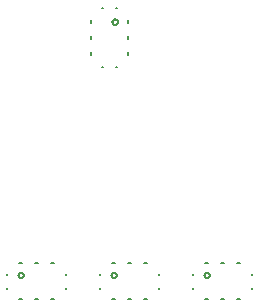
<source format=gbo>
G75*
%MOIN*%
%OFA0B0*%
%FSLAX24Y24*%
%IPPOS*%
%LPD*%
%AMOC8*
5,1,8,0,0,1.08239X$1,22.5*
%
%ADD10C,0.0050*%
D10*
X005008Y006239D02*
X005008Y006279D01*
X005008Y006712D02*
X005008Y006751D01*
X005402Y007106D02*
X005520Y007106D01*
X005392Y006692D02*
X005394Y006710D01*
X005400Y006728D01*
X005409Y006744D01*
X005421Y006757D01*
X005436Y006768D01*
X005453Y006776D01*
X005471Y006780D01*
X005489Y006780D01*
X005507Y006776D01*
X005524Y006768D01*
X005539Y006757D01*
X005551Y006744D01*
X005560Y006728D01*
X005566Y006710D01*
X005568Y006692D01*
X005566Y006674D01*
X005560Y006656D01*
X005551Y006640D01*
X005539Y006627D01*
X005524Y006616D01*
X005507Y006608D01*
X005489Y006604D01*
X005471Y006604D01*
X005453Y006608D01*
X005436Y006616D01*
X005421Y006627D01*
X005409Y006640D01*
X005400Y006656D01*
X005394Y006674D01*
X005392Y006692D01*
X005953Y007106D02*
X006032Y007106D01*
X006465Y007106D02*
X006583Y007106D01*
X006976Y006751D02*
X006976Y006712D01*
X006976Y006279D02*
X006976Y006239D01*
X006583Y005905D02*
X006465Y005905D01*
X006032Y005905D02*
X005953Y005905D01*
X005520Y005905D02*
X005402Y005905D01*
X008108Y006239D02*
X008108Y006279D01*
X008108Y006712D02*
X008108Y006751D01*
X008502Y007106D02*
X008620Y007106D01*
X008492Y006692D02*
X008494Y006710D01*
X008500Y006728D01*
X008509Y006744D01*
X008521Y006757D01*
X008536Y006768D01*
X008553Y006776D01*
X008571Y006780D01*
X008589Y006780D01*
X008607Y006776D01*
X008624Y006768D01*
X008639Y006757D01*
X008651Y006744D01*
X008660Y006728D01*
X008666Y006710D01*
X008668Y006692D01*
X008666Y006674D01*
X008660Y006656D01*
X008651Y006640D01*
X008639Y006627D01*
X008624Y006616D01*
X008607Y006608D01*
X008589Y006604D01*
X008571Y006604D01*
X008553Y006608D01*
X008536Y006616D01*
X008521Y006627D01*
X008509Y006640D01*
X008500Y006656D01*
X008494Y006674D01*
X008492Y006692D01*
X009053Y007106D02*
X009132Y007106D01*
X009565Y007106D02*
X009683Y007106D01*
X010076Y006751D02*
X010076Y006712D01*
X010076Y006279D02*
X010076Y006239D01*
X009683Y005905D02*
X009565Y005905D01*
X009132Y005905D02*
X009053Y005905D01*
X008620Y005905D02*
X008502Y005905D01*
X011208Y006239D02*
X011208Y006279D01*
X011208Y006712D02*
X011208Y006751D01*
X011602Y007106D02*
X011720Y007106D01*
X011592Y006692D02*
X011594Y006710D01*
X011600Y006728D01*
X011609Y006744D01*
X011621Y006757D01*
X011636Y006768D01*
X011653Y006776D01*
X011671Y006780D01*
X011689Y006780D01*
X011707Y006776D01*
X011724Y006768D01*
X011739Y006757D01*
X011751Y006744D01*
X011760Y006728D01*
X011766Y006710D01*
X011768Y006692D01*
X011766Y006674D01*
X011760Y006656D01*
X011751Y006640D01*
X011739Y006627D01*
X011724Y006616D01*
X011707Y006608D01*
X011689Y006604D01*
X011671Y006604D01*
X011653Y006608D01*
X011636Y006616D01*
X011621Y006627D01*
X011609Y006640D01*
X011600Y006656D01*
X011594Y006674D01*
X011592Y006692D01*
X012153Y007106D02*
X012232Y007106D01*
X012665Y007106D02*
X012783Y007106D01*
X013176Y006751D02*
X013176Y006712D01*
X013176Y006279D02*
X013176Y006239D01*
X012783Y005905D02*
X012665Y005905D01*
X012232Y005905D02*
X012153Y005905D01*
X011720Y005905D02*
X011602Y005905D01*
X008673Y013639D02*
X008634Y013639D01*
X008201Y013639D02*
X008161Y013639D01*
X007827Y014033D02*
X007827Y014151D01*
X007827Y014584D02*
X007827Y014663D01*
X007827Y015096D02*
X007827Y015214D01*
X008161Y015608D02*
X008201Y015608D01*
X008634Y015608D02*
X008673Y015608D01*
X008526Y015136D02*
X008528Y015154D01*
X008534Y015172D01*
X008543Y015188D01*
X008555Y015201D01*
X008570Y015212D01*
X008587Y015220D01*
X008605Y015224D01*
X008623Y015224D01*
X008641Y015220D01*
X008658Y015212D01*
X008673Y015201D01*
X008685Y015188D01*
X008694Y015172D01*
X008700Y015154D01*
X008702Y015136D01*
X008700Y015118D01*
X008694Y015100D01*
X008685Y015084D01*
X008673Y015071D01*
X008658Y015060D01*
X008641Y015052D01*
X008623Y015048D01*
X008605Y015048D01*
X008587Y015052D01*
X008570Y015060D01*
X008555Y015071D01*
X008543Y015084D01*
X008534Y015100D01*
X008528Y015118D01*
X008526Y015136D01*
X009028Y015096D02*
X009028Y015214D01*
X009028Y014663D02*
X009028Y014584D01*
X009028Y014151D02*
X009028Y014033D01*
M02*

</source>
